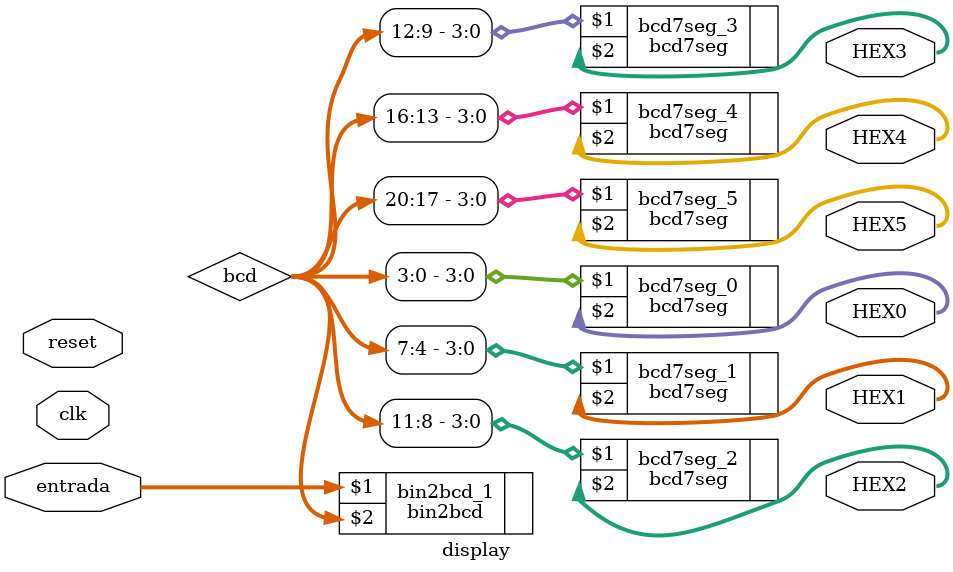
<source format=v>
module display(
  input clk, reset,
  input [17:0] entrada,
  output [6:0] HEX0, HEX1, HEX2, HEX3, HEX4, HEX5
);

wire [22:0] bcd;


bin2bcd bin2bcd_1(entrada, bcd);


bcd7seg bcd7seg_0 (bcd[3:0], HEX0);
bcd7seg bcd7seg_1 (bcd[7:4], HEX1);
bcd7seg bcd7seg_2 (bcd[11:8], HEX2);
bcd7seg bcd7seg_3 (bcd[12:9], HEX3);
bcd7seg bcd7seg_4 (bcd[16:13], HEX4);
bcd7seg bcd7seg_5 (bcd[20:17], HEX5);

endmodule
</source>
